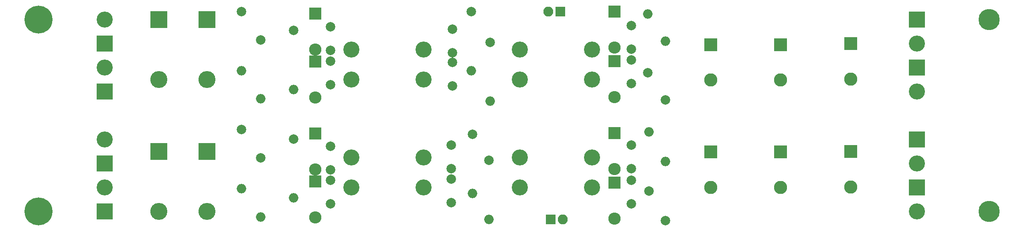
<source format=gbr>
G04 #@! TF.FileFunction,Soldermask,Bot*
%FSLAX46Y46*%
G04 Gerber Fmt 4.6, Leading zero omitted, Abs format (unit mm)*
G04 Created by KiCad (PCBNEW 4.0.7) date 08/24/20 10:47:44*
%MOMM*%
%LPD*%
G01*
G04 APERTURE LIST*
%ADD10C,0.100000*%
%ADD11R,2.100000X2.100000*%
%ADD12O,2.100000X2.100000*%
%ADD13C,2.000000*%
%ADD14O,2.000000X2.000000*%
%ADD15R,2.800000X2.800000*%
%ADD16C,2.800000*%
%ADD17R,3.600000X3.600000*%
%ADD18O,3.600000X3.600000*%
%ADD19R,2.600000X2.600000*%
%ADD20O,2.600000X2.600000*%
%ADD21R,3.400000X3.400000*%
%ADD22C,3.400000*%
%ADD23C,5.900000*%
%ADD24C,4.500000*%
G04 APERTURE END LIST*
D10*
D11*
X149520000Y-47800000D03*
D12*
X146980000Y-47800000D03*
D13*
X82270000Y-47800000D03*
D14*
X82270000Y-60300000D03*
D13*
X82270000Y-72800000D03*
D14*
X82270000Y-85300000D03*
D13*
X93270000Y-51800000D03*
D14*
X93270000Y-64300000D03*
D13*
X93270000Y-74800000D03*
D14*
X93270000Y-87300000D03*
D13*
X130770000Y-47800000D03*
D14*
X130770000Y-60300000D03*
D13*
X131020000Y-73800000D03*
D14*
X131020000Y-86300000D03*
D13*
X168020000Y-60800000D03*
D14*
X168020000Y-48300000D03*
D13*
X168270000Y-85800000D03*
D14*
X168270000Y-73300000D03*
D15*
X181270000Y-54800000D03*
D16*
X181270000Y-62300000D03*
D15*
X181270000Y-77550000D03*
D16*
X181270000Y-85050000D03*
D15*
X196020000Y-54800000D03*
D16*
X196020000Y-62300000D03*
D15*
X196020000Y-77550000D03*
D16*
X196020000Y-85050000D03*
D15*
X210820000Y-54610000D03*
D16*
X210820000Y-62110000D03*
D15*
X210820000Y-77470000D03*
D16*
X210820000Y-84970000D03*
D17*
X64770000Y-49530000D03*
D18*
X64770000Y-62230000D03*
D17*
X64770000Y-77470000D03*
D18*
X64770000Y-90170000D03*
D17*
X74930000Y-49530000D03*
D18*
X74930000Y-62230000D03*
D17*
X74930000Y-77470000D03*
D18*
X74930000Y-90170000D03*
D19*
X97790000Y-48260000D03*
D20*
X97790000Y-55880000D03*
D19*
X97790000Y-58420000D03*
D20*
X97790000Y-66040000D03*
D19*
X97790000Y-73660000D03*
D20*
X97790000Y-81280000D03*
D19*
X97790000Y-83820000D03*
D20*
X97790000Y-91440000D03*
D19*
X161020000Y-47800000D03*
D20*
X161020000Y-55420000D03*
D19*
X161020000Y-58300000D03*
D20*
X161020000Y-65920000D03*
D19*
X161020000Y-73550000D03*
D20*
X161020000Y-81170000D03*
D19*
X161020000Y-84050000D03*
D20*
X161020000Y-91670000D03*
D21*
X53340000Y-54610000D03*
D22*
X53340000Y-49530000D03*
D21*
X53340000Y-64770000D03*
D22*
X53340000Y-59690000D03*
D21*
X53340000Y-80010000D03*
D22*
X53340000Y-74930000D03*
D21*
X53340000Y-90170000D03*
D22*
X53340000Y-85090000D03*
D21*
X224790000Y-59690000D03*
D22*
X224790000Y-64770000D03*
D21*
X224790000Y-85090000D03*
D22*
X224790000Y-90170000D03*
D21*
X224790000Y-49530000D03*
D22*
X224790000Y-54610000D03*
D21*
X224790000Y-74930000D03*
D22*
X224790000Y-80010000D03*
X120650000Y-55880000D03*
X105410000Y-55880000D03*
X120650000Y-62230000D03*
X105410000Y-62230000D03*
X120650000Y-78740000D03*
X105410000Y-78740000D03*
X120650000Y-85090000D03*
X105410000Y-85090000D03*
X156210000Y-55880000D03*
X140970000Y-55880000D03*
X156210000Y-62230000D03*
X140970000Y-62230000D03*
X156210000Y-78740000D03*
X140970000Y-78740000D03*
X156210000Y-85090000D03*
X140970000Y-85090000D03*
D23*
X39370000Y-49530000D03*
X39370000Y-90170000D03*
D24*
X240030000Y-49530000D03*
X240030000Y-90170000D03*
D13*
X86270000Y-53800000D03*
D14*
X86270000Y-66300000D03*
D13*
X86270000Y-78800000D03*
D14*
X86270000Y-91300000D03*
D13*
X101020000Y-51050000D03*
X101020000Y-56050000D03*
X101020000Y-76300000D03*
X101020000Y-81300000D03*
X126770000Y-51550000D03*
X126770000Y-56550000D03*
X126520000Y-76050000D03*
X126520000Y-81050000D03*
X164520000Y-50800000D03*
X164520000Y-55800000D03*
X164520000Y-76050000D03*
X164520000Y-81050000D03*
X101020000Y-58300000D03*
X101020000Y-63300000D03*
X101020000Y-83550000D03*
X101020000Y-88550000D03*
X134770000Y-54300000D03*
D14*
X134770000Y-66800000D03*
D13*
X134520000Y-79300000D03*
D14*
X134520000Y-91800000D03*
D13*
X126770000Y-58550000D03*
X126770000Y-63550000D03*
X126520000Y-83300000D03*
X126520000Y-88300000D03*
X171770000Y-66550000D03*
D14*
X171770000Y-54050000D03*
D13*
X171770000Y-92050000D03*
D14*
X171770000Y-79550000D03*
D13*
X164520000Y-58050000D03*
X164520000Y-63050000D03*
X164520000Y-83550000D03*
X164520000Y-88550000D03*
D11*
X147520000Y-91800000D03*
D12*
X150060000Y-91800000D03*
M02*

</source>
